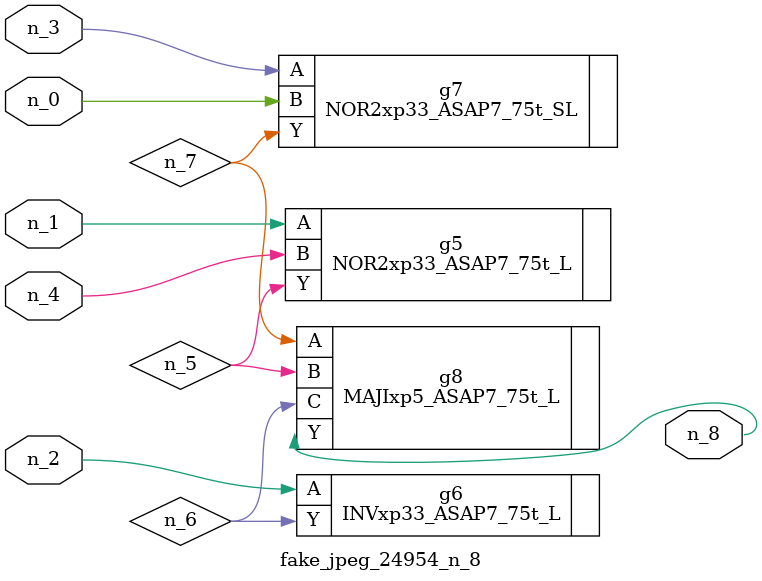
<source format=v>
module fake_jpeg_24954_n_8 (n_3, n_2, n_1, n_0, n_4, n_8);

input n_3;
input n_2;
input n_1;
input n_0;
input n_4;

output n_8;

wire n_6;
wire n_5;
wire n_7;

NOR2xp33_ASAP7_75t_L g5 ( 
.A(n_1),
.B(n_4),
.Y(n_5)
);

INVxp33_ASAP7_75t_L g6 ( 
.A(n_2),
.Y(n_6)
);

NOR2xp33_ASAP7_75t_SL g7 ( 
.A(n_3),
.B(n_0),
.Y(n_7)
);

MAJIxp5_ASAP7_75t_L g8 ( 
.A(n_7),
.B(n_5),
.C(n_6),
.Y(n_8)
);


endmodule
</source>
